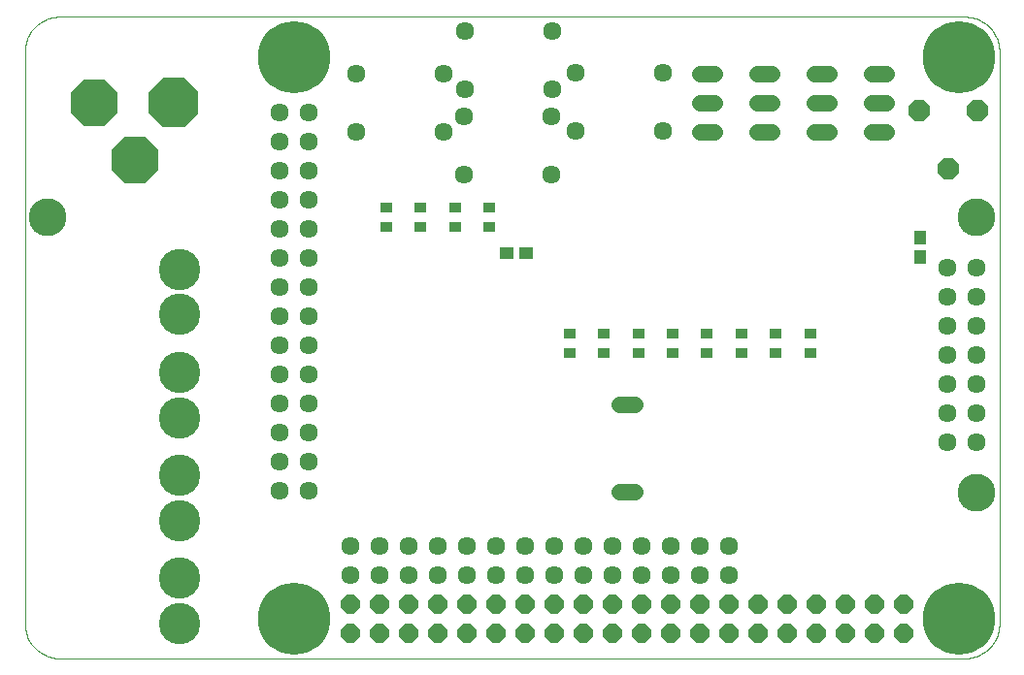
<source format=gts>
G75*
%MOIN*%
%OFA0B0*%
%FSLAX24Y24*%
%IPPOS*%
%LPD*%
%AMOC8*
5,1,8,0,0,1.08239X$1,22.5*
%
%ADD10C,0.0039*%
%ADD11C,0.0634*%
%ADD12R,0.0440X0.0340*%
%ADD13OC8,0.0749*%
%ADD14C,0.0555*%
%ADD15C,0.2481*%
%ADD16OC8,0.0640*%
%ADD17C,0.1418*%
%ADD18OC8,0.1700*%
%ADD19OC8,0.1615*%
%ADD20R,0.0434X0.0473*%
%ADD21R,0.0473X0.0434*%
%ADD22C,0.1300*%
D10*
X002290Y002124D02*
X033393Y002124D01*
X033459Y002126D01*
X033525Y002131D01*
X033591Y002141D01*
X033656Y002154D01*
X033720Y002170D01*
X033783Y002190D01*
X033845Y002214D01*
X033905Y002241D01*
X033964Y002271D01*
X034021Y002305D01*
X034076Y002342D01*
X034129Y002382D01*
X034180Y002424D01*
X034228Y002470D01*
X034274Y002518D01*
X034316Y002569D01*
X034356Y002622D01*
X034393Y002677D01*
X034427Y002734D01*
X034457Y002793D01*
X034484Y002853D01*
X034508Y002915D01*
X034528Y002978D01*
X034544Y003042D01*
X034557Y003107D01*
X034567Y003173D01*
X034572Y003239D01*
X034574Y003305D01*
X034574Y022990D01*
X034572Y023056D01*
X034567Y023122D01*
X034557Y023188D01*
X034544Y023253D01*
X034528Y023317D01*
X034508Y023380D01*
X034484Y023442D01*
X034457Y023502D01*
X034427Y023561D01*
X034393Y023618D01*
X034356Y023673D01*
X034316Y023726D01*
X034274Y023777D01*
X034228Y023825D01*
X034180Y023871D01*
X034129Y023913D01*
X034076Y023953D01*
X034021Y023990D01*
X033964Y024024D01*
X033905Y024054D01*
X033845Y024081D01*
X033783Y024105D01*
X033720Y024125D01*
X033656Y024141D01*
X033591Y024154D01*
X033525Y024164D01*
X033459Y024169D01*
X033393Y024171D01*
X002290Y024171D01*
X002224Y024169D01*
X002158Y024164D01*
X002092Y024154D01*
X002027Y024141D01*
X001963Y024125D01*
X001900Y024105D01*
X001838Y024081D01*
X001778Y024054D01*
X001719Y024024D01*
X001662Y023990D01*
X001607Y023953D01*
X001554Y023913D01*
X001503Y023871D01*
X001455Y023825D01*
X001409Y023777D01*
X001367Y023726D01*
X001327Y023673D01*
X001290Y023618D01*
X001256Y023561D01*
X001226Y023502D01*
X001199Y023442D01*
X001175Y023380D01*
X001155Y023317D01*
X001139Y023253D01*
X001126Y023188D01*
X001116Y023122D01*
X001111Y023056D01*
X001109Y022990D01*
X001109Y003305D01*
X001111Y003239D01*
X001116Y003173D01*
X001126Y003107D01*
X001139Y003042D01*
X001155Y002978D01*
X001175Y002915D01*
X001199Y002853D01*
X001226Y002793D01*
X001256Y002734D01*
X001290Y002677D01*
X001327Y002622D01*
X001367Y002569D01*
X001409Y002518D01*
X001455Y002470D01*
X001503Y002424D01*
X001554Y002382D01*
X001607Y002342D01*
X001662Y002305D01*
X001719Y002271D01*
X001778Y002241D01*
X001838Y002214D01*
X001900Y002190D01*
X001963Y002170D01*
X002027Y002154D01*
X002092Y002141D01*
X002158Y002131D01*
X002224Y002126D01*
X002290Y002124D01*
D11*
X009861Y007876D03*
X010861Y007876D03*
X010861Y008876D03*
X009861Y008876D03*
X009861Y009876D03*
X010861Y009876D03*
X010861Y010876D03*
X009861Y010876D03*
X009861Y011876D03*
X010861Y011876D03*
X010861Y012876D03*
X009861Y012876D03*
X009861Y013876D03*
X010861Y013876D03*
X010861Y014876D03*
X009861Y014876D03*
X009861Y015876D03*
X010861Y015876D03*
X010861Y016876D03*
X009861Y016876D03*
X009861Y017876D03*
X010861Y017876D03*
X010861Y018876D03*
X009861Y018876D03*
X009861Y019876D03*
X010861Y019876D03*
X010861Y020876D03*
X009861Y020876D03*
X012475Y020222D03*
X012475Y022222D03*
X015475Y022222D03*
X016204Y021671D03*
X016200Y020754D03*
X015475Y020222D03*
X016200Y018754D03*
X019200Y018754D03*
X020023Y020246D03*
X019200Y020754D03*
X019204Y021671D03*
X020023Y022246D03*
X019204Y023671D03*
X016204Y023671D03*
X023023Y022246D03*
X023023Y020246D03*
X032786Y015557D03*
X032786Y014557D03*
X033786Y014557D03*
X033786Y015557D03*
X033786Y013557D03*
X032786Y013557D03*
X032786Y012557D03*
X032786Y011557D03*
X033786Y011557D03*
X033786Y012557D03*
X033786Y010557D03*
X032786Y010557D03*
X032786Y009557D03*
X033786Y009557D03*
X025279Y006002D03*
X024279Y006002D03*
X024279Y005002D03*
X025279Y005002D03*
X023279Y005002D03*
X023279Y006002D03*
X022279Y006002D03*
X021279Y006002D03*
X021279Y005002D03*
X022279Y005002D03*
X020279Y005002D03*
X020279Y006002D03*
X019279Y006002D03*
X018279Y006002D03*
X018279Y005002D03*
X019279Y005002D03*
X017279Y005002D03*
X017279Y006002D03*
X016279Y006002D03*
X015279Y006002D03*
X015279Y005002D03*
X016279Y005002D03*
X014279Y005002D03*
X013279Y005002D03*
X013279Y006002D03*
X014279Y006002D03*
X012279Y006002D03*
X012279Y005002D03*
D12*
X019810Y012606D03*
X019810Y013295D03*
X020991Y013295D03*
X020991Y012606D03*
X022172Y012606D03*
X022172Y013295D03*
X023353Y013295D03*
X023353Y012606D03*
X024534Y012606D03*
X024534Y013295D03*
X025716Y013295D03*
X025716Y012606D03*
X026897Y012606D03*
X026897Y013295D03*
X028078Y013295D03*
X028078Y012606D03*
X017054Y016937D03*
X017054Y017626D03*
X015873Y017626D03*
X015873Y016937D03*
X014692Y016937D03*
X014692Y017626D03*
X013511Y017626D03*
X013511Y016937D03*
D13*
X031822Y020943D03*
X033822Y020943D03*
X032822Y018943D03*
D14*
X030697Y020218D02*
X030182Y020218D01*
X030182Y021218D02*
X030697Y021218D01*
X030697Y022218D02*
X030182Y022218D01*
X028729Y022218D02*
X028214Y022218D01*
X028214Y021218D02*
X028729Y021218D01*
X028729Y020218D02*
X028214Y020218D01*
X026760Y020218D02*
X026245Y020218D01*
X026245Y021218D02*
X026760Y021218D01*
X026760Y022218D02*
X026245Y022218D01*
X024792Y022218D02*
X024277Y022218D01*
X024277Y021218D02*
X024792Y021218D01*
X024792Y020218D02*
X024277Y020218D01*
X022036Y010852D02*
X021521Y010852D01*
X021521Y007852D02*
X022036Y007852D01*
D15*
X033196Y003502D03*
X010361Y003502D03*
X010361Y022793D03*
X033196Y022793D03*
D16*
X031279Y004002D03*
X030279Y004002D03*
X029279Y004002D03*
X028279Y004002D03*
X027279Y004002D03*
X026279Y004002D03*
X025279Y004002D03*
X024279Y004002D03*
X023279Y004002D03*
X022279Y004002D03*
X021279Y004002D03*
X020279Y004002D03*
X019279Y004002D03*
X018279Y004002D03*
X017279Y004002D03*
X016279Y004002D03*
X015279Y004002D03*
X014279Y004002D03*
X013279Y004002D03*
X012279Y004002D03*
X012279Y003002D03*
X013279Y003002D03*
X014279Y003002D03*
X015279Y003002D03*
X016279Y003002D03*
X017279Y003002D03*
X018279Y003002D03*
X019279Y003002D03*
X020279Y003002D03*
X021279Y003002D03*
X022279Y003002D03*
X023279Y003002D03*
X024279Y003002D03*
X025279Y003002D03*
X026279Y003002D03*
X027279Y003002D03*
X028279Y003002D03*
X029279Y003002D03*
X030279Y003002D03*
X031279Y003002D03*
D17*
X006424Y003313D03*
X006424Y004872D03*
X006424Y006856D03*
X006424Y008415D03*
X006424Y010400D03*
X006424Y011959D03*
X006424Y013943D03*
X006424Y015502D03*
D18*
X006227Y021218D03*
D19*
X004869Y019250D03*
X003471Y021218D03*
D20*
X031853Y016573D03*
X031853Y015903D03*
D21*
X018310Y016045D03*
X017641Y016045D03*
D22*
X001897Y017281D03*
X033786Y017281D03*
X033786Y007833D03*
M02*

</source>
